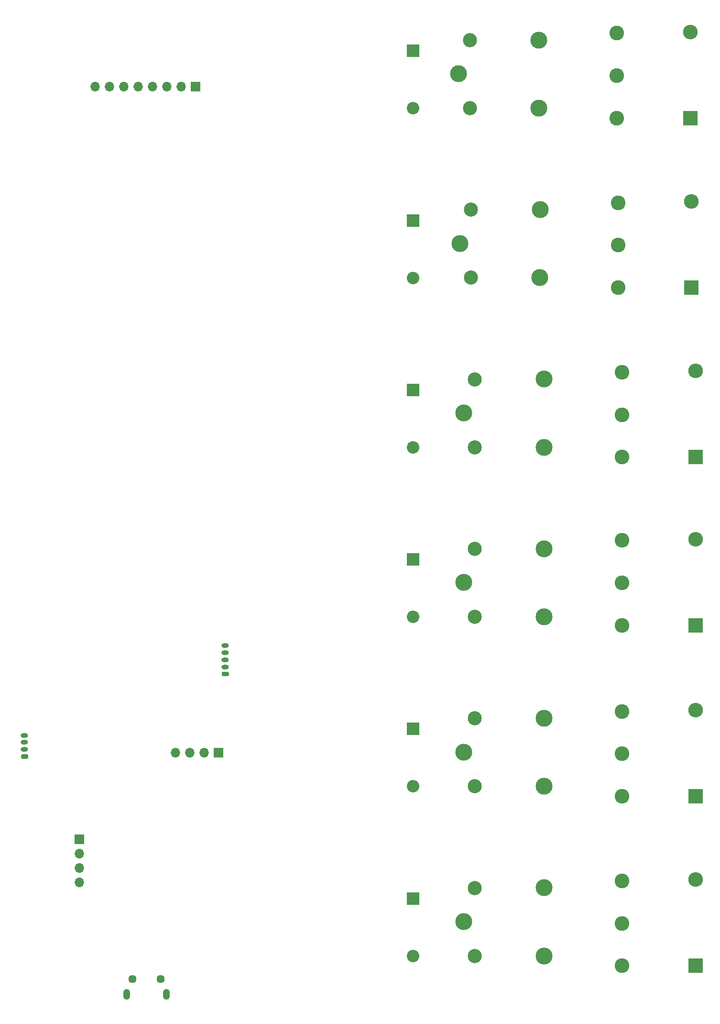
<source format=gbr>
%TF.GenerationSoftware,KiCad,Pcbnew,(5.1.10)-1*%
%TF.CreationDate,2021-08-19T16:33:58+09:00*%
%TF.ProjectId,ZeroGravity,5a65726f-4772-4617-9669-74792e6b6963,rev?*%
%TF.SameCoordinates,Original*%
%TF.FileFunction,Soldermask,Bot*%
%TF.FilePolarity,Negative*%
%FSLAX46Y46*%
G04 Gerber Fmt 4.6, Leading zero omitted, Abs format (unit mm)*
G04 Created by KiCad (PCBNEW (5.1.10)-1) date 2021-08-19 16:33:58*
%MOMM*%
%LPD*%
G01*
G04 APERTURE LIST*
%ADD10O,1.700000X1.700000*%
%ADD11R,1.700000X1.700000*%
%ADD12C,2.500000*%
%ADD13C,3.000000*%
%ADD14C,2.600000*%
%ADD15O,2.600000X2.600000*%
%ADD16R,2.600000X2.600000*%
%ADD17R,2.200000X2.200000*%
%ADD18O,2.200000X2.200000*%
%ADD19O,1.200000X1.900000*%
%ADD20C,1.450000*%
%ADD21O,1.300000X0.800000*%
G04 APERTURE END LIST*
D10*
%TO.C,J2*%
X53900000Y-158770000D03*
X53900000Y-156230000D03*
X53900000Y-153690000D03*
D11*
X53900000Y-151150000D03*
%TD*%
D12*
%TO.C,K3*%
X123950000Y-111750000D03*
D13*
X136150000Y-111750000D03*
X136200000Y-99700000D03*
D12*
X123950000Y-99750000D03*
D13*
X122000000Y-105700000D03*
%TD*%
D12*
%TO.C,K2*%
X123950000Y-141750000D03*
D13*
X136150000Y-141750000D03*
X136200000Y-129700000D03*
D12*
X123950000Y-129750000D03*
D13*
X122000000Y-135700000D03*
%TD*%
D14*
%TO.C,SW2*%
X150000000Y-173500000D03*
X150000000Y-158500000D03*
X150000000Y-166000000D03*
%TD*%
D10*
%TO.C,J5*%
X70910000Y-135775000D03*
X73450000Y-135775000D03*
X75990000Y-135775000D03*
D11*
X78530000Y-135775000D03*
%TD*%
D12*
%TO.C,K1*%
X123950000Y-171750000D03*
D13*
X136150000Y-171750000D03*
X136200000Y-159700000D03*
D12*
X123950000Y-159750000D03*
D13*
X122000000Y-165700000D03*
%TD*%
D14*
%TO.C,SW3*%
X150000000Y-143500000D03*
X150000000Y-128500000D03*
X150000000Y-136000000D03*
%TD*%
%TO.C,SW4*%
X150000000Y-113250000D03*
X150000000Y-98250000D03*
X150000000Y-105750000D03*
%TD*%
%TO.C,SW5*%
X150000000Y-83500000D03*
X150000000Y-68500000D03*
X150000000Y-76000000D03*
%TD*%
%TO.C,SW6*%
X149300000Y-53500000D03*
X149300000Y-38500000D03*
X149300000Y-46000000D03*
%TD*%
%TO.C,SW7*%
X149075000Y-23500000D03*
X149075000Y-8500000D03*
X149075000Y-16000000D03*
%TD*%
D12*
%TO.C,K6*%
X123025000Y-21750000D03*
D13*
X135225000Y-21750000D03*
X135275000Y-9700000D03*
D12*
X123025000Y-9750000D03*
D13*
X121075000Y-15700000D03*
%TD*%
D12*
%TO.C,K5*%
X123250000Y-51750000D03*
D13*
X135450000Y-51750000D03*
X135500000Y-39700000D03*
D12*
X123250000Y-39750000D03*
D13*
X121300000Y-45700000D03*
%TD*%
D12*
%TO.C,K4*%
X123950000Y-81750000D03*
D13*
X136150000Y-81750000D03*
X136200000Y-69700000D03*
D12*
X123950000Y-69750000D03*
D13*
X122000000Y-75700000D03*
%TD*%
D10*
%TO.C,J1*%
X56670000Y-17925000D03*
X59210000Y-17925000D03*
X61750000Y-17925000D03*
X64290000Y-17925000D03*
X66830000Y-17925000D03*
X69370000Y-17925000D03*
X71910000Y-17925000D03*
D11*
X74450000Y-17925000D03*
%TD*%
D15*
%TO.C,D12*%
X162075000Y-8260000D03*
D16*
X162075000Y-23500000D03*
%TD*%
D15*
%TO.C,D11*%
X162300000Y-38260000D03*
D16*
X162300000Y-53500000D03*
%TD*%
D15*
%TO.C,D10*%
X163000000Y-68235000D03*
D16*
X163000000Y-83475000D03*
%TD*%
D15*
%TO.C,D9*%
X163000000Y-98010000D03*
D16*
X163000000Y-113250000D03*
%TD*%
%TO.C,D8*%
X163000000Y-143525000D03*
D15*
X163000000Y-128285000D03*
%TD*%
D16*
%TO.C,D7*%
X163000000Y-173500000D03*
D15*
X163000000Y-158260000D03*
%TD*%
D17*
%TO.C,D6*%
X113000000Y-11600000D03*
D18*
X113000000Y-21760000D03*
%TD*%
D17*
%TO.C,D5*%
X113000000Y-41625000D03*
D18*
X113000000Y-51785000D03*
%TD*%
D17*
%TO.C,D4*%
X113000000Y-101600000D03*
D18*
X113000000Y-111760000D03*
%TD*%
D17*
%TO.C,D3*%
X113000000Y-71600000D03*
D18*
X113000000Y-81760000D03*
%TD*%
D17*
%TO.C,D2*%
X113000000Y-161600000D03*
D18*
X113000000Y-171760000D03*
%TD*%
%TO.C,D1*%
X113000000Y-141760000D03*
D17*
X113000000Y-131600000D03*
%TD*%
D19*
%TO.C,J7*%
X69275000Y-178550000D03*
X62275000Y-178550000D03*
D20*
X68275000Y-175850000D03*
X63275000Y-175850000D03*
%TD*%
D21*
%TO.C,J4*%
X79750000Y-116875000D03*
X79750000Y-118125000D03*
X79750000Y-119375000D03*
X79750000Y-120625000D03*
G36*
G01*
X80200000Y-122275000D02*
X79300000Y-122275000D01*
G75*
G02*
X79100000Y-122075000I0J200000D01*
G01*
X79100000Y-121675000D01*
G75*
G02*
X79300000Y-121475000I200000J0D01*
G01*
X80200000Y-121475000D01*
G75*
G02*
X80400000Y-121675000I0J-200000D01*
G01*
X80400000Y-122075000D01*
G75*
G02*
X80200000Y-122275000I-200000J0D01*
G01*
G37*
%TD*%
%TO.C,J3*%
X44175000Y-132725000D03*
X44175000Y-133975000D03*
X44175000Y-135225000D03*
G36*
G01*
X44625000Y-136875000D02*
X43725000Y-136875000D01*
G75*
G02*
X43525000Y-136675000I0J200000D01*
G01*
X43525000Y-136275000D01*
G75*
G02*
X43725000Y-136075000I200000J0D01*
G01*
X44625000Y-136075000D01*
G75*
G02*
X44825000Y-136275000I0J-200000D01*
G01*
X44825000Y-136675000D01*
G75*
G02*
X44625000Y-136875000I-200000J0D01*
G01*
G37*
%TD*%
M02*

</source>
